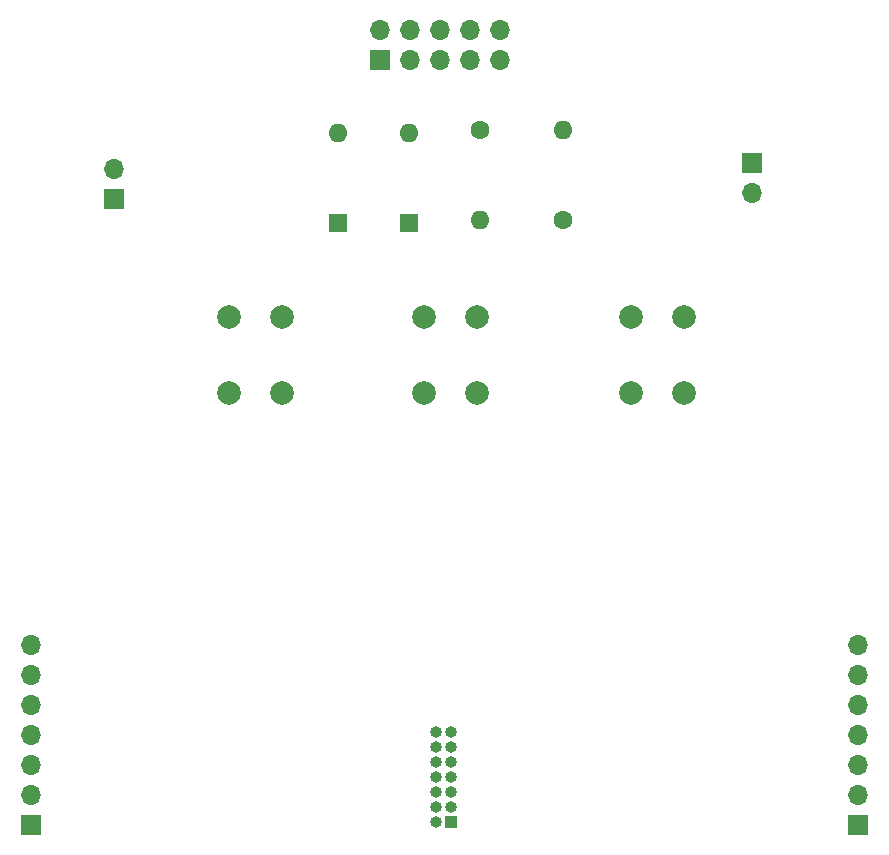
<source format=gbs>
G04 #@! TF.GenerationSoftware,KiCad,Pcbnew,6.0.11-2627ca5db0~126~ubuntu20.04.1*
G04 #@! TF.CreationDate,2023-07-01T13:06:28-04:00*
G04 #@! TF.ProjectId,MoistureSensorBreakout,4d6f6973-7475-4726-9553-656e736f7242,rev?*
G04 #@! TF.SameCoordinates,Original*
G04 #@! TF.FileFunction,Soldermask,Bot*
G04 #@! TF.FilePolarity,Negative*
%FSLAX46Y46*%
G04 Gerber Fmt 4.6, Leading zero omitted, Abs format (unit mm)*
G04 Created by KiCad (PCBNEW 6.0.11-2627ca5db0~126~ubuntu20.04.1) date 2023-07-01 13:06:28*
%MOMM*%
%LPD*%
G01*
G04 APERTURE LIST*
%ADD10R,1.700000X1.700000*%
%ADD11O,1.700000X1.700000*%
%ADD12R,1.600000X1.600000*%
%ADD13O,1.600000X1.600000*%
%ADD14C,2.000000*%
%ADD15C,1.600000*%
%ADD16O,1.000000X1.000000*%
%ADD17R,1.000000X1.000000*%
G04 APERTURE END LIST*
D10*
X141500000Y-57250000D03*
D11*
X141500000Y-54710000D03*
X144040000Y-57250000D03*
X144040000Y-54710000D03*
X146580000Y-57250000D03*
X146580000Y-54710000D03*
X149120000Y-57250000D03*
X149120000Y-54710000D03*
X151660000Y-57250000D03*
X151660000Y-54710000D03*
D10*
X112000000Y-122000000D03*
D11*
X112000000Y-119460000D03*
X112000000Y-116920000D03*
X112000000Y-114380000D03*
X112000000Y-111840000D03*
X112000000Y-109300000D03*
X112000000Y-106760000D03*
D10*
X182000000Y-122000000D03*
D11*
X182000000Y-119460000D03*
X182000000Y-116920000D03*
X182000000Y-114380000D03*
X182000000Y-111840000D03*
X182000000Y-109300000D03*
X182000000Y-106760000D03*
D10*
X173000000Y-66000000D03*
D11*
X173000000Y-68540000D03*
D12*
X144000000Y-71060000D03*
D13*
X144000000Y-63440000D03*
D14*
X133250000Y-79000000D03*
X133250000Y-85500000D03*
X128750000Y-85500000D03*
X128750000Y-79000000D03*
X167250000Y-79000000D03*
X167250000Y-85500000D03*
X162750000Y-85500000D03*
X162750000Y-79000000D03*
D12*
X138000000Y-71060000D03*
D13*
X138000000Y-63440000D03*
D10*
X119000000Y-69000000D03*
D11*
X119000000Y-66460000D03*
D15*
X157000000Y-70810000D03*
D13*
X157000000Y-63190000D03*
D15*
X150000000Y-63190000D03*
D13*
X150000000Y-70810000D03*
D14*
X145250000Y-85500000D03*
X145250000Y-79000000D03*
X149750000Y-85500000D03*
X149750000Y-79000000D03*
D16*
X146230000Y-114170000D03*
X147500000Y-114170000D03*
X146230000Y-115440000D03*
X147500000Y-115440000D03*
X146230000Y-116710000D03*
X147500000Y-116710000D03*
X146230000Y-117980000D03*
X147500000Y-117980000D03*
X146230000Y-119250000D03*
X147500000Y-119250000D03*
X146230000Y-120520000D03*
X147500000Y-120520000D03*
X146230000Y-121790000D03*
D17*
X147500000Y-121790000D03*
M02*

</source>
